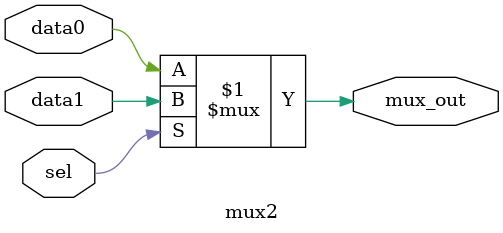
<source format=sv>
module mux2 #(
  parameter N = 1
)(
  input  logic [N-1:0] data0, data1,
  input  logic         sel,
  output logic [N-1:0] mux_out
);

  assign mux_out = sel ? data1:data0;

endmodule

</source>
